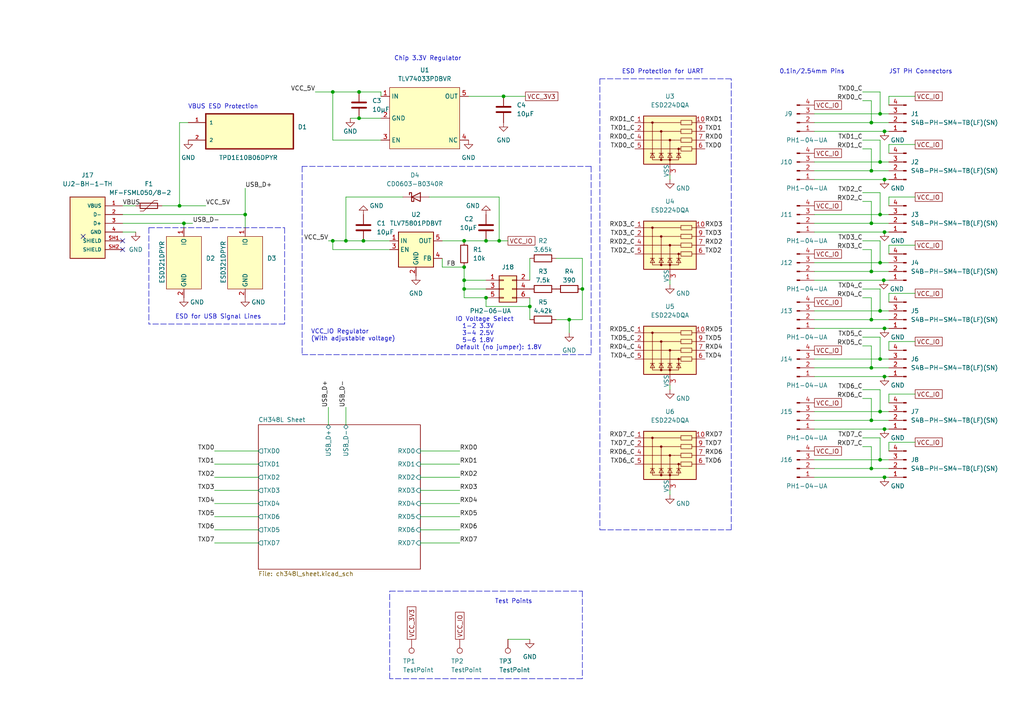
<source format=kicad_sch>
(kicad_sch (version 20211123) (generator eeschema)
  (paper "A4")
  (title_block (title "achterart") (rev "1") (company "Pandu's Wares") (comment 1 "Donut Steel"))
  (lib_symbols
    (symbol "Connector:Conn_01x04_Male" (pin_names (offset 1.016) hide)
      (property "Reference" "J" (at 0 5.08 0))
      (property "Value" "Conn_01x04_Male" (at 0 -7.62 0))
      (symbol "Conn_01x04_Male_1_1"
        (polyline (pts (xy 1.27 -5.08) (xy 0.8636 -5.08)) (stroke (width 0.1524)))
        (polyline (pts (xy 1.27 -2.54) (xy 0.8636 -2.54)) (stroke (width 0.1524)))
        (polyline (pts (xy 1.27 0) (xy 0.8636 0)) (stroke (width 0.1524)))
        (polyline (pts (xy 1.27 2.54) (xy 0.8636 2.54)) (stroke (width 0.1524)))
        (rectangle (start 0.8636 -4.953) (end 0 -5.207) (stroke (width 0.1524)) (fill (type outline)))
        (rectangle (start 0.8636 -2.413) (end 0 -2.667) (stroke (width 0.1524)) (fill (type outline)))
        (rectangle (start 0.8636 0.127) (end 0 -0.127) (stroke (width 0.1524)) (fill (type outline)))
        (rectangle (start 0.8636 2.667) (end 0 2.413) (stroke (width 0.1524)) (fill (type outline)))
        (pin passive line (at 5.08 2.54 180) (length 3.81) (name "Pin_1") (number "1"))
        (pin passive line (at 5.08 0 180) (length 3.81) (name "Pin_2") (number "2"))
        (pin passive line (at 5.08 -2.54 180) (length 3.81) (name "Pin_3") (number "3"))
        (pin passive line (at 5.08 -5.08 180) (length 3.81) (name "Pin_4") (number "4"))
      )
    )
    (symbol "Connector:TestPoint" (pin_numbers hide) (pin_names (offset 0.762) hide)
      (property "Reference" "TP" (at 0 6.858 0))
      (property "Value" "TestPoint" (at 0 5.08 0))
      (symbol "TestPoint_0_1"
        (circle (center 0 3.302) (radius 0.762))
      )
      (symbol "TestPoint_1_1"
        (pin passive line (at 0 0 90) (length 2.54) (name "1") (number "1"))
      )
    )
    (symbol "Connector_Generic:Conn_02x03_Odd_Even" (pin_names (offset 1.016) hide)
      (property "Reference" "J" (at 1.27 5.08 0))
      (property "Value" "Conn_02x03_Odd_Even" (at 1.27 -5.08 0))
      (symbol "Conn_02x03_Odd_Even_1_1"
        (rectangle (start -1.27 -2.413) (end 0 -2.667) (stroke (width 0.1524)))
        (rectangle (start -1.27 0.127) (end 0 -0.127) (stroke (width 0.1524)))
        (rectangle (start -1.27 2.667) (end 0 2.413) (stroke (width 0.1524)))
        (rectangle (start -1.27 3.81) (end 3.81 -3.81) (stroke (width 0.254)) (fill (type background)))
        (rectangle (start 3.81 -2.413) (end 2.54 -2.667) (stroke (width 0.1524)))
        (rectangle (start 3.81 0.127) (end 2.54 -0.127) (stroke (width 0.1524)))
        (rectangle (start 3.81 2.667) (end 2.54 2.413) (stroke (width 0.1524)))
        (pin passive line (at -5.08 2.54 0) (length 3.81) (name "Pin_1") (number "1"))
        (pin passive line (at 7.62 2.54 180) (length 3.81) (name "Pin_2") (number "2"))
        (pin passive line (at -5.08 0 0) (length 3.81) (name "Pin_3") (number "3"))
        (pin passive line (at 7.62 0 180) (length 3.81) (name "Pin_4") (number "4"))
        (pin passive line (at -5.08 -2.54 0) (length 3.81) (name "Pin_5") (number "5"))
        (pin passive line (at 7.62 -2.54 180) (length 3.81) (name "Pin_6") (number "6"))
      )
    )
    (symbol "Device:C" (pin_numbers hide) (pin_names (offset 0.254))
      (property "Reference" "C" (at 0.635 2.54 0))
      (property "Value" "C" (at 0.635 -2.54 0))
      (symbol "C_0_1"
        (polyline (pts (xy -2.032 -0.762) (xy 2.032 -0.762)) (stroke (width 0.508)))
        (polyline (pts (xy -2.032 0.762) (xy 2.032 0.762)) (stroke (width 0.508)))
      )
      (symbol "C_1_1"
        (pin passive line (at 0 3.81 270) (length 2.794) (name "~") (number "1"))
        (pin passive line (at 0 -3.81 90) (length 2.794) (name "~") (number "2"))
      )
    )
    (symbol "Device:D_Schottky" (pin_numbers hide) (pin_names (offset 1.016) hide)
      (property "Reference" "D" (at 0 2.54 0))
      (property "Value" "D_Schottky" (at 0 -2.54 0))
      (symbol "D_Schottky_0_1"
        (polyline (pts (xy 1.27 0) (xy -1.27 0)))
        (polyline (pts (xy 1.27 1.27) (xy 1.27 -1.27) (xy -1.27 0) (xy 1.27 1.27)) (stroke (width 0.254)))
        (polyline (pts (xy -1.905 0.635) (xy -1.905 1.27) (xy -1.27 1.27) (xy -1.27 -1.27) (xy -0.635 -1.27) (xy -0.635 -0.635)) (stroke (width 0.254)))
      )
      (symbol "D_Schottky_1_1"
        (pin passive line (at -3.81 0 0) (length 2.54) (name "K") (number "1"))
        (pin passive line (at 3.81 0 180) (length 2.54) (name "A") (number "2"))
      )
    )
    (symbol "Device:Polyfuse" (pin_numbers hide) (pin_names (offset 0))
      (property "Reference" "F" (at -2.54 0 90))
      (property "Value" "Polyfuse" (at 2.54 0 90))
      (symbol "Polyfuse_0_1"
        (rectangle (start -0.762 2.54) (end 0.762 -2.54) (stroke (width 0.254)))
        (polyline (pts (xy 0 2.54) (xy 0 -2.54)))
        (polyline (pts (xy -1.524 2.54) (xy -1.524 1.524) (xy 1.524 -1.524) (xy 1.524 -2.54)))
      )
      (symbol "Polyfuse_1_1"
        (pin passive line (at 0 3.81 270) (length 1.27) (name "~") (number "1"))
        (pin passive line (at 0 -3.81 90) (length 1.27) (name "~") (number "2"))
      )
    )
    (symbol "Device:R" (pin_numbers hide) (pin_names (offset 0))
      (property "Reference" "R" (at 2.032 0 90))
      (property "Value" "R" (at 0 0 90))
      (symbol "R_0_1"
        (rectangle (start -1.016 -2.54) (end 1.016 2.54) (stroke (width 0.254)))
      )
      (symbol "R_1_1"
        (pin passive line (at 0 3.81 270) (length 1.27) (name "~") (number "1"))
        (pin passive line (at 0 -3.81 90) (length 1.27) (name "~") (number "2"))
      )
    )
    (symbol "ESD321DPYR:ESD321DPYR"
      (property "Reference" "D" (at 0 6.35 0))
      (property "Value" "ESD321DPYR" (at 0 2.54 0))
      (symbol "ESD321DPYR_0_1"
        (rectangle (start -7.62 5.08) (end 7.62 -5.08) (fill (type background)))
      )
      (symbol "ESD321DPYR_1_1"
        (pin bidirectional line (at -10.16 0 0) (length 2.54) (name "IO") (number "1"))
        (pin passive line (at 10.16 0 180) (length 2.54) (name "GND") (number "2"))
      )
    )
    (symbol "Power_Protection:ESD224DQA" (pin_names (offset 0))
      (property "Reference" "U" (at -0.635 8.255 0))
      (property "Value" "ESD224DQA" (at 8.89 -8.255 0))
      (symbol "ESD224DQA_0_0"
        (polyline (pts (xy -2.54 -5.715) (xy -2.54 2.54)))
        (polyline (pts (xy 0 0) (xy 0 -6.985)))
      )
      (symbol "ESD224DQA_0_1"
        (rectangle (start -7.62 6.985) (end 7.62 -6.985) (stroke (width 0.254)) (fill (type background)))
        (circle (center -5.08 5.08) (radius 0.2794) (fill (type outline)))
        (circle (center -2.54 -5.715) (radius 0.2794) (fill (type outline)))
        (circle (center -2.54 2.54) (radius 0.2794) (fill (type outline)))
        (circle (center 0 -5.715) (radius 0.2794) (fill (type outline)))
        (polyline (pts (xy -7.62 -2.54) (xy 3.175 -2.54)))
        (polyline (pts (xy -7.62 0) (xy 1.27 0)))
        (polyline (pts (xy -7.62 2.54) (xy -5.08 2.54)))
        (polyline (pts (xy -7.62 5.08) (xy -7.62 5.08)))
        (polyline (pts (xy -4.445 -3.81) (xy -5.715 -3.81)))
        (polyline (pts (xy -1.905 -3.81) (xy -3.175 -3.81)))
        (polyline (pts (xy 0 -6.985) (xy 0 -7.62)))
        (polyline (pts (xy 0.635 -3.81) (xy -0.635 -3.81)))
        (polyline (pts (xy 3.175 -3.81) (xy 1.905 -3.81)))
        (polyline (pts (xy 3.175 0) (xy 1.27 0)) (stroke (width 0.1524)))
        (polyline (pts (xy 3.175 5.08) (xy -7.62 5.08)) (stroke (width 0.1524)))
        (polyline (pts (xy 7.62 -2.54) (xy 6.35 -2.54)) (stroke (width 0.1524)))
        (polyline (pts (xy 7.62 0) (xy 6.35 0)) (stroke (width 0.1524)))
        (polyline (pts (xy 7.62 2.54) (xy 6.35 2.54)) (stroke (width 0.1524)))
        (polyline (pts (xy 7.62 5.08) (xy 6.35 5.08)) (stroke (width 0.1524)))
        (polyline (pts (xy -5.08 5.08) (xy -5.08 -5.715) (xy 2.54 -5.715) (xy 2.54 -2.54)) (stroke (width 0.1524)))
        (polyline (pts (xy -4.445 -5.08) (xy -5.715 -5.08) (xy -5.08 -3.81) (xy -4.445 -5.08)))
        (polyline (pts (xy -1.905 -5.08) (xy -3.175 -5.08) (xy -2.54 -3.81) (xy -1.905 -5.08)))
        (polyline (pts (xy 0.635 -5.08) (xy -0.635 -5.08) (xy 0 -3.81) (xy 0.635 -5.08)))
        (polyline (pts (xy 3.175 -5.08) (xy 1.905 -5.08) (xy 2.54 -3.81) (xy 3.175 -5.08)))
        (polyline (pts (xy 3.175 2.54) (xy 0 2.54) (xy 0 2.54) (xy -3.81 2.54) (xy -3.81 2.54) (xy -5.08 2.54)) (stroke (width 0.1524)))
        (circle (center 0 0) (radius 0.2794) (fill (type outline)))
        (circle (center 2.54 -2.54) (radius 0.2794) (fill (type outline)))
        (rectangle (start 3.175 -1.905) (end 6.35 -3.175) (stroke (width 0.1524)))
        (rectangle (start 3.175 0.635) (end 6.35 -0.635) (stroke (width 0.1524)))
        (rectangle (start 3.175 3.175) (end 6.35 1.905) (stroke (width 0.1524)))
        (rectangle (start 3.175 5.715) (end 6.35 4.445) (stroke (width 0.1524)))
      )
      (symbol "ESD224DQA_1_1"
        (pin passive line (at -10.16 5.08 0) (length 2.54) (name "~") (number "1"))
        (pin passive line (at 10.16 5.08 180) (length 2.54) (name "~") (number "10"))
        (pin passive line (at -10.16 2.54 0) (length 2.54) (name "~") (number "2"))
        (pin power_in line (at 0 -10.16 90) (length 2.54) (name "VSS") (number "3"))
        (pin passive line (at -10.16 0 0) (length 2.54) (name "~") (number "4"))
        (pin passive line (at -10.16 -2.54 0) (length 2.54) (name "~") (number "5"))
        (pin passive line (at 10.16 -2.54 180) (length 2.54) (name "~") (number "6"))
        (pin passive line (at 10.16 0 180) (length 2.54) (name "~") (number "7"))
        (pin passive line (at 0 -10.16 90) (length 2.54) hide (name "VSS") (number "8"))
        (pin passive line (at 10.16 2.54 180) (length 2.54) (name "~") (number "9"))
      )
    )
    (symbol "Regulator_Linear:TLV75801PDBV"
      (property "Reference" "U" (at -3.81 6.35 0))
      (property "Value" "TLV75801PDBV" (at 0 6.35 0))
      (symbol "TLV75801PDBV_0_1"
        (rectangle (start 5.08 -5.08) (end -5.08 5.08) (stroke (width 0.254)) (fill (type background)))
      )
      (symbol "TLV75801PDBV_1_1"
        (pin power_in line (at -7.62 2.54 0) (length 2.54) (name "IN") (number "1"))
        (pin power_in line (at 0 -7.62 90) (length 2.54) (name "GND") (number "2"))
        (pin input line (at -7.62 0 0) (length 2.54) (name "EN") (number "3"))
        (pin input line (at 7.62 -2.54 180) (length 2.54) (name "FB") (number "4"))
        (pin power_out line (at 7.62 2.54 180) (length 2.54) (name "OUT") (number "5"))
      )
    )
    (symbol "TLV74033PDBVR:TLV74033PDBVR"
      (property "Reference" "U1" (at 0 13.97 0))
      (property "Value" "TLV74033PDBVR" (at 0 11.43 0))
      (symbol "TLV74033PDBVR_0_1"
        (rectangle (start -10.16 8.89) (end 10.16 -8.89) (fill (type background)))
      )
      (symbol "TLV74033PDBVR_1_1"
        (pin input line (at -12.7 6.35 0) (length 2.54) (name "IN") (number "1"))
        (pin passive line (at -12.7 0 0) (length 2.54) (name "GND") (number "2"))
        (pin input line (at -12.7 -6.35 0) (length 2.54) (name "EN") (number "3"))
        (pin passive line (at 12.7 -6.35 180) (length 2.54) (name "NC") (number "4"))
        (pin output line (at 12.7 6.35 180) (length 2.54) (name "OUT") (number "5"))
      )
    )
    (symbol "TPD1E10B06DPYR:TPD1E10B06DPYR" (pin_names (offset 1.016))
      (property "Reference" "D" (at -12.7 6.0706 0))
      (property "Value" "TPD1E10B06DPYR" (at -12.7 -9.0678 0))
      (symbol "TPD1E10B06DPYR_0_0"
        (rectangle (start -12.7 -5.08) (end 12.7 5.08) (stroke (width 0.4064)) (fill (type background)))
        (pin bidirectional line (at -17.78 2.54 0) (length 5.08) (name "1") (number "1"))
        (pin bidirectional line (at -17.78 -2.54 0) (length 5.08) (name "2") (number "2"))
      )
    )
    (symbol "UJ2-BH-1-TH:UJ2-BH-1-TH" (pin_names (offset 1.016))
      (property "Reference" "J17" (at 0 12.7 0))
      (property "Value" "UJ2-BH-1-TH" (at 0 10.16 0))
      (symbol "UJ2-BH-1-TH_0_0"
        (rectangle (start -5.08 -10.16) (end 5.08 7.62) (stroke (width 0.254)) (fill (type background)))
        (pin passive line (at 10.16 5.08 180) (length 5.08) (name "VBUS") (number "1"))
        (pin passive line (at 10.16 2.54 180) (length 5.08) (name "D-") (number "2"))
        (pin passive line (at 10.16 0 180) (length 5.08) (name "D+") (number "3"))
        (pin passive line (at 10.16 -2.54 180) (length 5.08) (name "GND") (number "4"))
        (pin passive line (at 10.16 -5.08 180) (length 5.08) (name "SHIELD") (number "SH1"))
        (pin passive line (at 10.16 -7.62 180) (length 5.08) (name "SHIELD") (number "SH2"))
      )
    )
    (symbol "power:GND" (power) (pin_names (offset 0))
      (property "Value" "GND" (at 0 -3.81 0))
      (symbol "GND_0_1"
        (polyline (pts (xy 0 0) (xy 0 -1.27) (xy 1.27 -1.27) (xy 0 -2.54) (xy -1.27 -1.27) (xy 0 -1.27)))
      )
      (symbol "GND_1_1"
        (pin power_in line (at 0 0 270) (length 0) hide (name "GND") (number "1"))
      )
    )
  )
  (junction (at 252.73 106.68))
  (junction (at 104.14 26.67))
  (junction (at 52.07 59.69))
  (junction (at 96.52 26.67))
  (junction (at 53.34 64.77))
  (junction (at 255.27 62.23))
  (junction (at 256.54 38.1))
  (junction (at 252.73 121.92))
  (junction (at 105.41 69.85))
  (junction (at 255.27 104.14))
  (junction (at 96.52 69.85))
  (junction (at 252.73 135.89))
  (junction (at 134.62 69.85))
  (junction (at 134.62 81.28))
  (junction (at 255.27 133.35))
  (junction (at 140.97 69.85))
  (junction (at 146.05 27.94))
  (junction (at 255.27 33.02))
  (junction (at 255.27 46.99))
  (junction (at 104.14 34.29))
  (junction (at 252.73 35.56))
  (junction (at 256.54 124.46))
  (junction (at 71.12 62.23))
  (junction (at 256.54 67.31))
  (junction (at 256.54 138.43))
  (junction (at 168.91 83.82))
  (junction (at 100.33 69.85))
  (junction (at 165.1 92.71))
  (junction (at 256.54 109.22))
  (junction (at 134.62 77.47))
  (junction (at 256.3196 81.28))
  (junction (at 252.73 64.77))
  (junction (at 153.67 88.9))
  (junction (at 255.27 90.17))
  (junction (at 255.27 76.2))
  (junction (at 252.73 78.74))
  (junction (at 144.78 69.85))
  (junction (at 252.73 92.71))
  (junction (at 140.97 86.36))
  (junction (at 252.73 49.53))
  (junction (at 256.54 52.07))
  (junction (at 255.27 119.38))
  (junction (at 256.54 95.25))
  (junction (at 134.62 83.82))
  (no_connect (at 24.13 68.58))
  (no_connect (at 35.56 72.39))
  (no_connect (at 35.56 69.85))
  (wire (pts (xy 134.62 69.85) (xy 140.97 69.85)))
  (polyline (pts (xy 87.63 48.26) (xy 87.63 102.87)))
  (wire (pts (xy 250.19 72.39) (xy 252.73 72.39)))
  (wire (pts (xy 124.46 57.15) (xy 144.78 57.15)))
  (wire (pts (xy 168.91 92.71) (xy 165.1 92.71)))
  (wire (pts (xy 236.22 133.35) (xy 255.27 133.35)))
  (wire (pts (xy 104.14 34.29) (xy 110.49 34.29)))
  (wire (pts (xy 252.73 49.53) (xy 252.73 43.18)))
  (wire (pts (xy 71.12 62.23) (xy 71.12 66.04)))
  (wire (pts (xy 255.27 119.38) (xy 257.81 119.38)))
  (wire (pts (xy 133.35 149.86) (xy 121.92 149.86)))
  (wire (pts (xy 35.56 59.69) (xy 39.37 59.69)))
  (wire (pts (xy 255.27 33.02) (xy 257.81 33.02)))
  (wire (pts (xy 62.23 142.24) (xy 74.93 142.24)))
  (wire (pts (xy 236.22 124.46) (xy 256.54 124.46)))
  (wire (pts (xy 250.19 55.88) (xy 255.27 55.88)))
  (wire (pts (xy 146.05 27.94) (xy 135.89 27.94)))
  (wire (pts (xy 133.35 134.62) (xy 121.92 134.62)))
  (wire (pts (xy 257.81 71.12) (xy 265.43 71.12)))
  (wire (pts (xy 62.23 149.86) (xy 74.93 149.86)))
  (wire (pts (xy 95.25 118.11) (xy 95.25 123.19)))
  (wire (pts (xy 257.81 30.48) (xy 257.81 27.94)))
  (wire (pts (xy 256.54 67.31) (xy 257.81 67.31)))
  (wire (pts (xy 257.81 41.91) (xy 265.43 41.91)))
  (wire (pts (xy 255.27 46.99) (xy 257.81 46.99)))
  (wire (pts (xy 236.22 119.38) (xy 255.27 119.38)))
  (wire (pts (xy 100.33 118.11) (xy 100.33 123.19)))
  (wire (pts (xy 128.27 74.93) (xy 128.27 77.47)))
  (wire (pts (xy 250.19 43.18) (xy 252.73 43.18)))
  (wire (pts (xy 257.81 85.09) (xy 265.43 85.09)))
  (wire (pts (xy 161.29 74.93) (xy 168.91 74.93)))
  (wire (pts (xy 255.27 62.23) (xy 257.81 62.23)))
  (wire (pts (xy 96.52 26.67) (xy 104.14 26.67)))
  (wire (pts (xy 35.56 62.23) (xy 71.12 62.23)))
  (wire (pts (xy 133.35 146.05) (xy 121.92 146.05)))
  (polyline (pts (xy 113.03 171.45) (xy 168.91 171.45)))
  (wire (pts (xy 62.23 130.81) (xy 74.93 130.81)))
  (wire (pts (xy 252.73 78.74) (xy 257.81 78.74)))
  (wire (pts (xy 252.73 135.89) (xy 252.73 129.54)))
  (wire (pts (xy 133.35 157.48) (xy 121.92 157.48)))
  (wire (pts (xy 252.73 92.71) (xy 257.81 92.71)))
  (wire (pts (xy 96.52 40.64) (xy 110.49 40.64)))
  (wire (pts (xy 236.22 135.89) (xy 252.73 135.89)))
  (wire (pts (xy 101.6 34.29) (xy 104.14 34.29)))
  (wire (pts (xy 134.62 77.47) (xy 134.62 81.28)))
  (wire (pts (xy 236.22 78.74) (xy 252.73 78.74)))
  (wire (pts (xy 194.31 143.51) (xy 194.31 142.24)))
  (wire (pts (xy 252.73 35.56) (xy 257.81 35.56)))
  (wire (pts (xy 147.32 185.42) (xy 153.67 185.42)))
  (wire (pts (xy 104.14 26.67) (xy 110.49 26.67)))
  (wire (pts (xy 236.22 106.68) (xy 252.73 106.68)))
  (wire (pts (xy 236.22 52.07) (xy 256.54 52.07)))
  (wire (pts (xy 255.27 133.35) (xy 257.81 133.35)))
  (wire (pts (xy 236.22 109.22) (xy 256.54 109.22)))
  (wire (pts (xy 96.52 69.85) (xy 100.33 69.85)))
  (wire (pts (xy 133.35 138.43) (xy 121.92 138.43)))
  (wire (pts (xy 257.81 87.63) (xy 257.81 85.09)))
  (wire (pts (xy 252.73 121.92) (xy 252.73 115.57)))
  (wire (pts (xy 35.56 64.77) (xy 53.34 64.77)))
  (wire (pts (xy 236.22 81.28) (xy 256.3196 81.28)))
  (wire (pts (xy 252.73 106.68) (xy 257.81 106.68)))
  (wire (pts (xy 134.62 81.28) (xy 140.97 81.28)))
  (wire (pts (xy 153.67 86.36) (xy 153.67 88.9)))
  (wire (pts (xy 194.31 113.03) (xy 194.31 111.76)))
  (wire (pts (xy 252.73 106.68) (xy 252.73 100.33)))
  (wire (pts (xy 134.62 83.82) (xy 134.62 86.36)))
  (wire (pts (xy 62.23 153.67) (xy 74.93 153.67)))
  (wire (pts (xy 52.07 35.56) (xy 52.07 59.69)))
  (wire (pts (xy 236.22 33.02) (xy 255.27 33.02)))
  (wire (pts (xy 105.41 69.85) (xy 113.03 69.85)))
  (polyline (pts (xy 212.09 22.86) (xy 173.99 22.86)))
  (polyline (pts (xy 82.55 66.04) (xy 82.55 93.98)))
  (polyline (pts (xy 43.18 66.04) (xy 82.55 66.04)))
  (wire (pts (xy 133.35 142.24) (xy 121.92 142.24)))
  (wire (pts (xy 133.35 130.81) (xy 121.92 130.81)))
  (wire (pts (xy 100.33 69.85) (xy 100.33 57.15)))
  (wire (pts (xy 144.78 69.85) (xy 147.32 69.85)))
  (wire (pts (xy 250.19 69.85) (xy 255.27 69.85)))
  (wire (pts (xy 134.62 83.82) (xy 140.97 83.82)))
  (wire (pts (xy 35.56 67.31) (xy 39.37 67.31)))
  (wire (pts (xy 134.62 86.36) (xy 140.97 86.36)))
  (wire (pts (xy 236.22 49.53) (xy 252.73 49.53)))
  (wire (pts (xy 256.3196 81.28) (xy 257.81 81.28)))
  (wire (pts (xy 250.19 115.57) (xy 252.73 115.57)))
  (wire (pts (xy 100.33 69.85) (xy 105.41 69.85)))
  (wire (pts (xy 255.27 40.64) (xy 255.27 46.99)))
  (wire (pts (xy 250.19 129.54) (xy 252.73 129.54)))
  (wire (pts (xy 252.73 121.92) (xy 257.81 121.92)))
  (wire (pts (xy 257.81 57.15) (xy 265.43 57.15)))
  (polyline (pts (xy 168.91 171.45) (xy 168.91 196.85)))
  (wire (pts (xy 95.25 69.85) (xy 96.52 69.85)))
  (wire (pts (xy 100.33 57.15) (xy 116.84 57.15)))
  (wire (pts (xy 46.99 59.69) (xy 52.07 59.69)))
  (wire (pts (xy 257.81 114.3) (xy 265.43 114.3)))
  (wire (pts (xy 252.73 78.74) (xy 252.73 72.39)))
  (wire (pts (xy 236.22 76.2) (xy 255.27 76.2)))
  (wire (pts (xy 140.97 69.85) (xy 144.78 69.85)))
  (wire (pts (xy 165.1 92.71) (xy 165.1 96.52)))
  (wire (pts (xy 140.97 86.36) (xy 140.97 88.9)))
  (wire (pts (xy 257.81 128.27) (xy 265.43 128.27)))
  (wire (pts (xy 236.22 67.31) (xy 256.54 67.31)))
  (polyline (pts (xy 212.09 153.67) (xy 212.09 22.86)))
  (wire (pts (xy 110.49 26.67) (xy 110.49 27.94)))
  (wire (pts (xy 256.54 52.07) (xy 257.81 52.07)))
  (wire (pts (xy 250.19 113.03) (xy 255.27 113.03)))
  (wire (pts (xy 250.19 83.82) (xy 255.27 83.82)))
  (wire (pts (xy 255.27 127) (xy 255.27 133.35)))
  (wire (pts (xy 152.4 27.94) (xy 146.05 27.94)))
  (wire (pts (xy 257.81 116.84) (xy 257.81 114.3)))
  (polyline (pts (xy 173.99 153.67) (xy 212.09 153.67)))
  (wire (pts (xy 257.81 59.69) (xy 257.81 57.15)))
  (wire (pts (xy 250.19 97.79) (xy 255.27 97.79)))
  (wire (pts (xy 153.67 74.93) (xy 153.67 81.28)))
  (wire (pts (xy 62.23 138.43) (xy 74.93 138.43)))
  (wire (pts (xy 236.22 138.43) (xy 256.54 138.43)))
  (wire (pts (xy 168.91 74.93) (xy 168.91 83.82)))
  (wire (pts (xy 236.22 46.99) (xy 255.27 46.99)))
  (wire (pts (xy 252.73 64.77) (xy 252.73 58.42)))
  (wire (pts (xy 236.22 104.14) (xy 255.27 104.14)))
  (wire (pts (xy 257.81 130.81) (xy 257.81 128.27)))
  (polyline (pts (xy 171.45 48.26) (xy 87.63 48.26)))
  (wire (pts (xy 252.73 92.71) (xy 252.73 86.36)))
  (polyline (pts (xy 173.99 22.86) (xy 173.99 153.67)))
  (wire (pts (xy 236.22 35.56) (xy 252.73 35.56)))
  (wire (pts (xy 256.54 109.22) (xy 257.81 109.22)))
  (wire (pts (xy 165.1 92.71) (xy 161.29 92.71)))
  (wire (pts (xy 255.27 83.82) (xy 255.27 90.17)))
  (polyline (pts (xy 87.63 102.87) (xy 171.45 102.87)))
  (wire (pts (xy 252.73 64.77) (xy 257.81 64.77)))
  (wire (pts (xy 257.81 99.06) (xy 265.43 99.06)))
  (wire (pts (xy 255.27 113.03) (xy 255.27 119.38)))
  (wire (pts (xy 96.52 26.67) (xy 96.52 40.64)))
  (wire (pts (xy 250.19 127) (xy 255.27 127)))
  (wire (pts (xy 236.22 92.71) (xy 252.73 92.71)))
  (wire (pts (xy 255.27 26.67) (xy 255.27 33.02)))
  (wire (pts (xy 250.19 58.42) (xy 252.73 58.42)))
  (polyline (pts (xy 43.18 66.04) (xy 43.18 93.98)))
  (wire (pts (xy 256.54 138.43) (xy 257.81 138.43)))
  (wire (pts (xy 252.73 135.89) (xy 257.81 135.89)))
  (polyline (pts (xy 168.91 196.85) (xy 113.03 196.85)))
  (wire (pts (xy 250.19 40.64) (xy 255.27 40.64)))
  (wire (pts (xy 133.35 153.67) (xy 121.92 153.67)))
  (wire (pts (xy 236.22 64.77) (xy 252.73 64.77)))
  (wire (pts (xy 96.52 72.39) (xy 113.03 72.39)))
  (wire (pts (xy 256.54 95.25) (xy 257.81 95.25)))
  (wire (pts (xy 255.27 97.79) (xy 255.27 104.14)))
  (polyline (pts (xy 171.45 48.26) (xy 171.45 102.87)))
  (wire (pts (xy 236.22 38.1) (xy 256.54 38.1)))
  (wire (pts (xy 250.19 26.67) (xy 255.27 26.67)))
  (wire (pts (xy 236.22 121.92) (xy 252.73 121.92)))
  (wire (pts (xy 255.27 104.14) (xy 257.81 104.14)))
  (wire (pts (xy 52.07 59.69) (xy 59.69 59.69)))
  (wire (pts (xy 257.81 73.66) (xy 257.81 71.12)))
  (wire (pts (xy 62.23 146.05) (xy 74.93 146.05)))
  (wire (pts (xy 257.81 44.45) (xy 257.81 41.91)))
  (wire (pts (xy 128.27 77.47) (xy 134.62 77.47)))
  (wire (pts (xy 250.19 29.21) (xy 252.73 29.21)))
  (wire (pts (xy 53.34 66.04) (xy 53.34 64.77)))
  (wire (pts (xy 62.23 134.62) (xy 74.93 134.62)))
  (wire (pts (xy 144.78 57.15) (xy 144.78 69.85)))
  (polyline (pts (xy 82.55 93.98) (xy 43.18 93.98)))
  (polyline (pts (xy 113.03 196.85) (xy 113.03 171.45)))
  (wire (pts (xy 194.31 82.55) (xy 194.31 81.28)))
  (wire (pts (xy 140.97 88.9) (xy 153.67 88.9)))
  (wire (pts (xy 62.23 157.48) (xy 74.93 157.48)))
  (wire (pts (xy 236.22 95.25) (xy 256.54 95.25)))
  (wire (pts (xy 256.54 124.46) (xy 257.81 124.46)))
  (wire (pts (xy 91.44 26.67) (xy 96.52 26.67)))
  (wire (pts (xy 134.62 81.28) (xy 134.62 83.82)))
  (wire (pts (xy 236.22 90.17) (xy 255.27 90.17)))
  (wire (pts (xy 252.73 35.56) (xy 252.73 29.21)))
  (wire (pts (xy 96.52 69.85) (xy 96.52 72.39)))
  (wire (pts (xy 168.91 83.82) (xy 168.91 92.71)))
  (wire (pts (xy 255.27 76.2) (xy 257.81 76.2)))
  (wire (pts (xy 54.61 35.56) (xy 52.07 35.56)))
  (wire (pts (xy 255.27 69.85) (xy 255.27 76.2)))
  (wire (pts (xy 255.27 55.88) (xy 255.27 62.23)))
  (wire (pts (xy 236.22 62.23) (xy 255.27 62.23)))
  (wire (pts (xy 257.81 27.94) (xy 265.43 27.94)))
  (wire (pts (xy 128.27 69.85) (xy 134.62 69.85)))
  (wire (pts (xy 256.54 38.1) (xy 257.81 38.1)))
  (wire (pts (xy 194.31 52.07) (xy 194.31 50.8)))
  (wire (pts (xy 257.81 101.6) (xy 257.81 99.06)))
  (wire (pts (xy 250.19 86.36) (xy 252.73 86.36)))
  (wire (pts (xy 252.73 49.53) (xy 257.81 49.53)))
  (wire (pts (xy 250.19 100.33) (xy 252.73 100.33)))
  (wire (pts (xy 53.34 64.77) (xy 55.88 64.77)))
  (wire (pts (xy 71.12 62.23) (xy 71.12 54.61)))
  (wire (pts (xy 153.67 88.9) (xy 153.67 92.71)))
  (wire (pts (xy 255.27 90.17) (xy 257.81 90.17)))
  (text "ESD for USB Signal Lines" (at 50.8 92.71 0) (effects (font (size 1.27 1.27)) (justify left bottom)))
  (text "VBUS ESD Protection" (at 74.93 31.75 180) (effects (font (size 1.27 1.27)) (justify right bottom)))
  (text "VCC_IO Regulator\n(With adjustable voltage)" (at 90.17 99.06 0) (effects (font (size 1.27 1.27)) (justify left bottom)))
  (text "0.1in/2.54mm Pins" (at 226.06 21.59 0) (effects (font (size 1.27 1.27)) (justify left bottom)))
  (text "JST PH Connectors" (at 257.81 21.59 0) (effects (font (size 1.27 1.27)) (justify left bottom)))
  (text "IO Voltage Select\n  1-2 3.3V\n  3-4 2.5V\n  5-6 1.8V\nDefault (no jumper): 1.8V" (at 132.08 101.6 0) (effects (font (size 1.27 1.27)) (justify left bottom)))
  (text "Chip 3.3V Regulator" (at 114.3 17.78 0) (effects (font (size 1.27 1.27)) (justify left bottom)))
  (text "ESD Protection for UART" (at 180.34 21.59 0) (effects (font (size 1.27 1.27)) (justify left bottom)))
  (text "Test Points" (at 143.51 175.26 0) (effects (font (size 1.27 1.27)) (justify left bottom)))
  (label "TXD3" (at 62.23 142.24 180))
  (label "TXD1_C" (at 184.15 38.1 180))
  (label "RXD4_C" (at 250.19 86.36 180))
  (label "TXD0_C" (at 184.15 43.18 180))
  (label "RXD2" (at 133.35 138.43 0))
  (label "TXD3" (at 204.47 68.58 0))
  (label "RXD0" (at 204.47 40.64 0))
  (label "RXD1" (at 133.35 134.62 0))
  (label "TXD5_C" (at 184.15 99.06 180))
  (label "RXD7" (at 133.35 157.48 0))
  (label "TXD5_C" (at 250.19 97.79 180))
  (label "RXD6_C" (at 250.19 115.57 180))
  (label "TXD2" (at 204.47 73.66 0))
  (label "RXD5_C" (at 184.15 96.52 180))
  (label "RXD5_C" (at 250.19 100.33 180))
  (label "TXD0" (at 204.47 43.18 0))
  (label "TXD0" (at 62.23 130.81 180))
  (label "RXD4" (at 204.47 101.6 0))
  (label "RXD7_C" (at 250.19 129.54 180))
  (label "TXD1" (at 204.47 38.1 0))
  (label "TXD6_C" (at 250.19 113.03 180))
  (label "TXD3_C" (at 184.15 68.58 180))
  (label "TXD3_C" (at 250.19 69.85 180))
  (label "USB_D-" (at 55.88 64.77 0))
  (label "RXD3_C" (at 184.15 66.04 180))
  (label "TXD1" (at 62.23 134.62 180))
  (label "TXD6_C" (at 184.15 134.62 180))
  (label "TXD4" (at 62.23 146.05 180))
  (label "TXD6" (at 62.23 153.67 180))
  (label "RXD5" (at 133.35 149.86 0))
  (label "RXD7" (at 204.47 127 0))
  (label "TXD5" (at 204.47 99.06 0))
  (label "RXD7_C" (at 184.15 127 180))
  (label "TXD7" (at 62.23 157.48 180))
  (label "FB" (at 129.54 77.47 0))
  (label "TXD7_C" (at 184.15 129.54 180))
  (label "RXD1" (at 204.47 35.56 0))
  (label "VCC_5V" (at 95.25 69.85 180))
  (label "TXD4_C" (at 250.19 83.82 180))
  (label "RXD4" (at 133.35 146.05 0))
  (label "RXD4_C" (at 184.15 101.6 180))
  (label "RXD1_C" (at 250.19 43.18 180))
  (label "USB_D+" (at 71.12 54.61 0))
  (label "RXD3" (at 133.35 142.24 0))
  (label "RXD3_C" (at 250.19 72.39 180))
  (label "TXD6" (at 204.47 134.62 0))
  (label "RXD2_C" (at 184.15 71.12 180))
  (label "RXD1_C" (at 184.15 35.56 180))
  (label "RXD2_C" (at 250.19 58.42 180))
  (label "USB_D-" (at 100.33 118.11 90))
  (label "TXD2_C" (at 184.15 73.66 180))
  (label "RXD6" (at 133.35 153.67 0))
  (label "TXD4_C" (at 184.15 104.14 180))
  (label "TXD2_C" (at 250.19 55.88 180))
  (label "TXD7" (at 204.47 129.54 0))
  (label "RXD0_C" (at 250.19 29.21 180))
  (label "VBUS" (at 35.56 59.69 0))
  (label "RXD6_C" (at 184.15 132.08 180))
  (label "RXD2" (at 204.47 71.12 0))
  (label "TXD4" (at 204.47 104.14 0))
  (label "TXD1_C" (at 250.19 40.64 180))
  (label "VCC_5V" (at 59.69 59.69 0))
  (label "TXD0_C" (at 250.19 26.67 180))
  (label "RXD0_C" (at 184.15 40.64 180))
  (label "RXD5" (at 204.47 96.52 0))
  (label "RXD0" (at 133.35 130.81 0))
  (label "RXD3" (at 204.47 66.04 0))
  (label "TXD5" (at 62.23 149.86 180))
  (label "RXD6" (at 204.47 132.08 0))
  (label "TXD2" (at 62.23 138.43 180))
  (label "USB_D+" (at 95.25 118.11 90))
  (label "VCC_5V" (at 91.44 26.67 180))
  (label "TXD7_C" (at 250.19 127 180))
  (global_label "VCC_3V3" (shape passive) (at 152.4 27.94 0) (property "Intersheet References" "${INTERSHEET_REFS}" (effects hide)))
  (global_label "VCC_IO" (shape passive) (at 236.22 116.84 0) (property "Intersheet References" "${INTERSHEET_REFS}" (effects hide)))
  (global_label "VCC_IO" (shape passive) (at 265.43 99.06 0) (property "Intersheet References" "${INTERSHEET_REFS}" (effects hide)))
  (global_label "VCC_3V3" (shape passive) (at 119.38 185.42 90) (property "Intersheet References" "${INTERSHEET_REFS}" (effects hide)))
  (global_label "VCC_IO" (shape passive) (at 236.22 44.45 0) (property "Intersheet References" "${INTERSHEET_REFS}" (effects hide)))
  (global_label "VCC_IO" (shape passive) (at 236.22 87.63 0) (property "Intersheet References" "${INTERSHEET_REFS}" (effects hide)))
  (global_label "VCC_IO" (shape passive) (at 265.43 85.09 0) (property "Intersheet References" "${INTERSHEET_REFS}" (effects hide)))
  (global_label "VCC_IO" (shape passive) (at 236.22 73.66 0) (property "Intersheet References" "${INTERSHEET_REFS}" (effects hide)))
  (global_label "VCC_IO" (shape passive) (at 265.43 27.94 0) (property "Intersheet References" "${INTERSHEET_REFS}" (effects hide)))
  (global_label "VCC_IO" (shape passive) (at 236.22 130.81 0) (property "Intersheet References" "${INTERSHEET_REFS}" (effects hide)))
  (global_label "VCC_IO" (shape passive) (at 265.43 57.15 0) (property "Intersheet References" "${INTERSHEET_REFS}" (effects hide)))
  (global_label "VCC_IO" (shape passive) (at 147.32 69.85 0) (property "Intersheet References" "${INTERSHEET_REFS}" (effects hide)))
  (global_label "VCC_IO" (shape passive) (at 236.22 30.48 0) (property "Intersheet References" "${INTERSHEET_REFS}" (effects hide)))
  (global_label "VCC_IO" (shape passive) (at 265.43 41.91 0) (property "Intersheet References" "${INTERSHEET_REFS}" (effects hide)))
  (global_label "VCC_IO" (shape passive) (at 133.35 185.42 90) (property "Intersheet References" "${INTERSHEET_REFS}" (effects hide)))
  (global_label "VCC_IO" (shape passive) (at 265.43 114.3 0) (property "Intersheet References" "${INTERSHEET_REFS}" (effects hide)))
  (global_label "VCC_IO" (shape passive) (at 236.22 101.6 0) (property "Intersheet References" "${INTERSHEET_REFS}" (effects hide)))
  (global_label "VCC_IO" (shape passive) (at 236.22 59.69 0) (property "Intersheet References" "${INTERSHEET_REFS}" (effects hide)))
  (global_label "VCC_IO" (shape passive) (at 265.43 128.27 0) (property "Intersheet References" "${INTERSHEET_REFS}" (effects hide)))
  (global_label "VCC_IO" (shape passive) (at 265.43 71.12 0) (property "Intersheet References" "${INTERSHEET_REFS}" (effects hide)))
  (symbol (lib_id "power:GND") (at 194.31 82.55 0) (unit 1)
    (property "Reference" "#PWR0110" (effects hide))
    (property "Value" "GND" (at 198.12 85.09 0))
  )
  (symbol (lib_id "Connector:Conn_01x04_Male") (at 231.14 92.71 0) (mirror x) (unit 1)
    (property "Reference" "J13" (at 229.87 90.1699 0) (effects (justify right)))
    (property "Value" "PH1-04-UA" (at 240.03 97.79 0) (effects (justify right)))
    (property "Footprint" "Connector_PinHeader_2.54mm:PinHeader_1x04_P2.54mm_Vertical" (effects hide))
    (property "MPN" "PH1-04-UA" (effects hide))
    (property "LCSC Part #" "C706876" (effects hide))
    (property "Manufacturer" "Adam Tech" (effects hide))
  )
  (symbol (lib_id "Device:D_Schottky") (at 120.65 57.15 0) (unit 1)
    (property "Reference" "D4" (at 120.3325 50.8 0))
    (property "Value" "CD0603-B0340R" (at 120.3325 53.34 0))
    (property "Footprint" "Diode_SMD:D_0603_1608Metric" (effects hide))
    (property "MPN" "CD0603-B0340R" (effects hide))
    (property "Manufacturer" "Bourns Inc." (effects hide))
  )
  (symbol (lib_id "power:GND") (at 53.34 86.36 0) (unit 1)
    (property "Reference" "#PWR0104" (effects hide))
    (property "Value" "GND" (at 57.15 87.63 0))
  )
  (symbol (lib_id "Connector:Conn_01x04_Male") (at 262.89 49.53 180) (unit 1)
    (property "Reference" "J2" (at 264.16 46.9899 0) (effects (justify right)))
    (property "Value" "S4B-PH-SM4-TB(LF)(SN)" (at 264.16 49.5299 0) (effects (justify right)))
    (property "Footprint" "Connector_JST:JST_PH_S4B-PH-SM4-TB_1x04-1MP_P2.00mm_Horizontal" (effects hide))
    (property "MPN" "S4B-PH-SM4-TB(LF)(SN)" (effects hide))
    (property "Manufacturer" "JST Sales America Inc." (effects hide))
  )
  (symbol (lib_id "TLV74033PDBVR:TLV74033PDBVR") (at 123.19 34.29 0) (unit 1)
    (property "Reference" "U1" (at 123.19 20.32 0))
    (property "Value" "TLV74033PDBVR" (at 123.19 22.86 0))
    (property "Footprint" "TLV74033PDBVR:SOT95P280X145-5N" (effects hide))
    (property "MPN" "TLV74033PDBVR" (effects hide))
    (property "Manufacturer" "Texas Instruments" (effects hide))
  )
  (symbol (lib_id "Connector:Conn_01x04_Male") (at 262.89 78.74 180) (unit 1)
    (property "Reference" "J4" (at 264.16 76.1999 0) (effects (justify right)))
    (property "Value" "S4B-PH-SM4-TB(LF)(SN)" (at 264.16 78.7399 0) (effects (justify right)))
    (property "Footprint" "Connector_JST:JST_PH_S4B-PH-SM4-TB_1x04-1MP_P2.00mm_Horizontal" (effects hide))
    (property "MPN" "S4B-PH-SM4-TB(LF)(SN)" (effects hide))
    (property "Manufacturer" "JST Sales America Inc." (effects hide))
  )
  (symbol (lib_id "Device:R") (at 157.48 92.71 90) (unit 1)
    (property "Reference" "R5" (at 157.48 87.63 90))
    (property "Value" "4.42k" (at 157.48 90.17 90))
    (property "Footprint" "Resistor_SMD:R_0603_1608Metric" (effects hide))
    (property "MPN" "4.42k 1% 0603" (effects hide))
  )
  (symbol (lib_id "power:GND") (at 194.31 113.03 0) (unit 1)
    (property "Reference" "#PWR0108" (effects hide))
    (property "Value" "GND" (at 198.12 115.57 0))
  )
  (symbol (lib_id "ESD321DPYR:ESD321DPYR") (at 71.12 76.2 270) (unit 1)
    (property "Reference" "D3" (at 77.47 74.9299 90) (effects (justify left)))
    (property "Value" "ESD321DPYR" (at 64.77 69.85 0) (effects (justify left)))
    (property "Footprint" "ESD321DPYR:DIO_TPD1E05U06DPYR" (effects hide))
    (property "MPN" "ESD321DPYR" (effects hide))
    (property "Manufacturer" "Texas Instruments" (effects hide))
  )
  (symbol (lib_id "Connector:Conn_01x04_Male") (at 262.89 35.56 180) (unit 1)
    (property "Reference" "J1" (at 264.16 33.0199 0) (effects (justify right)))
    (property "Value" "S4B-PH-SM4-TB(LF)(SN)" (at 264.16 35.5599 0) (effects (justify right)))
    (property "Footprint" "Connector_JST:JST_PH_S4B-PH-SM4-TB_1x04-1MP_P2.00mm_Horizontal" (effects hide))
    (property "MPN" "S4B-PH-SM4-TB(LF)(SN)" (effects hide))
    (property "Manufacturer" "JST Sales America Inc." (effects hide))
  )
  (symbol (lib_id "power:GND") (at 194.31 52.07 0) (unit 1)
    (property "Reference" "#PWR0111" (effects hide))
    (property "Value" "GND" (at 198.12 54.61 0))
  )
  (symbol (lib_id "power:GND") (at 101.6 34.29 0) (unit 1)
    (property "Reference" "#PWR0113" (effects hide))
    (property "Value" "GND" (at 101.6 38.1 0))
  )
  (symbol (lib_id "Connector:TestPoint") (at 147.32 185.42 180) (unit 1) (in_bom no)
    (property "Reference" "TP3" (at 144.78 191.77 0) (effects (justify right)))
    (property "Value" "TestPoint" (at 144.78 194.31 0) (effects (justify right)))
    (property "Footprint" "TestPoint:TestPoint_Plated_Hole_D2.0mm" (effects hide))
  )
  (symbol (lib_id "Regulator_Linear:TLV75801PDBV") (at 120.65 72.39 0) (unit 1)
    (property "Reference" "U2" (at 120.65 62.23 0))
    (property "Value" "TLV75801PDBVT" (at 120.65 64.77 0))
    (property "Footprint" "Package_TO_SOT_SMD:SOT-23-5" (effects hide))
    (property "Datasheet" "https://www.ti.com/lit/ds/symlink/tlv758p.pdf" (effects hide))
    (property "MPN" "TLV75801PDBVT" (effects hide))
    (property "Manufacturer" "Texas Instruments" (effects hide))
  )
  (symbol (lib_id "Connector:Conn_01x04_Male") (at 231.14 64.77 0) (mirror x) (unit 1)
    (property "Reference" "J11" (at 229.87 62.2299 0) (effects (justify right)))
    (property "Value" "PH1-04-UA" (at 240.03 69.85 0) (effects (justify right)))
    (property "Footprint" "Connector_PinHeader_2.54mm:PinHeader_1x04_P2.54mm_Vertical" (effects hide))
    (property "MPN" "PH1-04-UA" (effects hide))
    (property "LCSC Part #" "C706876" (effects hide))
    (property "Manufacturer" "Adam Tech" (effects hide))
  )
  (symbol (lib_id "Connector:Conn_01x04_Male") (at 231.14 78.74 0) (mirror x) (unit 1)
    (property "Reference" "J12" (at 229.87 76.1999 0) (effects (justify right)))
    (property "Value" "PH1-04-UA" (at 240.03 83.82 0) (effects (justify right)))
    (property "Footprint" "Connector_PinHeader_2.54mm:PinHeader_1x04_P2.54mm_Vertical" (effects hide))
    (property "MPN" "PH1-04-UA" (effects hide))
    (property "LCSC Part #" "C706876" (effects hide))
    (property "Manufacturer" "Adam Tech" (effects hide))
  )
  (symbol (lib_id "Connector:Conn_01x04_Male") (at 262.89 135.89 180) (unit 1)
    (property "Reference" "J8" (at 264.16 133.3499 0) (effects (justify right)))
    (property "Value" "S4B-PH-SM4-TB(LF)(SN)" (at 264.16 135.8899 0) (effects (justify right)))
    (property "Footprint" "Connector_JST:JST_PH_S4B-PH-SM4-TB_1x04-1MP_P2.00mm_Horizontal" (effects hide))
    (property "MPN" "S4B-PH-SM4-TB(LF)(SN)" (effects hide))
    (property "Manufacturer" "JST Sales America Inc." (effects hide))
  )
  (symbol (lib_id "power:GND") (at 120.65 80.01 0) (unit 1)
    (property "Reference" "#PWR0115" (effects hide))
    (property "Value" "GND" (at 120.65 85.09 0))
  )
  (symbol (lib_id "power:GND") (at 71.12 86.36 0) (unit 1)
    (property "Reference" "#PWR0103" (effects hide))
    (property "Value" "GND" (at 74.93 87.63 0))
  )
  (symbol (lib_id "power:GND") (at 54.61 40.64 0) (unit 1)
    (property "Reference" "#PWR0102" (effects hide))
    (property "Value" "GND" (at 54.61 45.72 0))
  )
  (symbol (lib_id "Device:R") (at 157.48 83.82 90) (unit 1)
    (property "Reference" "R3" (at 157.48 78.74 90))
    (property "Value" "7.5k" (at 157.48 81.28 90))
    (property "Footprint" "Resistor_SMD:R_0603_1608Metric" (effects hide))
    (property "MPN" "7.5k 1% 0603" (effects hide))
  )
  (symbol (lib_id "power:GND") (at 135.89 40.64 0) (unit 1)
    (property "Reference" "#PWR0107" (effects hide))
    (property "Value" "GND" (at 135.89 45.72 0))
  )
  (symbol (lib_id "Connector:Conn_01x04_Male") (at 231.14 35.56 0) (mirror x) (unit 1)
    (property "Reference" "J9" (at 229.87 33.0199 0) (effects (justify right)))
    (property "Value" "PH1-04-UA" (at 240.03 40.64 0) (effects (justify right)))
    (property "Footprint" "Connector_PinHeader_2.54mm:PinHeader_1x04_P2.54mm_Vertical" (effects hide))
    (property "MPN" "PH1-04-UA" (effects hide))
    (property "LCSC Part #" "C706876" (effects hide))
    (property "Manufacturer" "Adam Tech" (effects hide))
  )
  (symbol (lib_id "power:GND") (at 256.54 109.22 0) (unit 1)
    (property "Reference" "#PWR0121" (effects hide))
    (property "Value" "GND" (at 260.35 111.76 0))
  )
  (symbol (lib_id "power:GND") (at 256.54 38.1 0) (unit 1)
    (property "Reference" "#PWR0122" (effects hide))
    (property "Value" "GND" (at 260.35 40.64 0))
  )
  (symbol (lib_id "power:GND") (at 146.05 35.56 0) (unit 1)
    (property "Reference" "#PWR0106" (effects hide))
    (property "Value" "GND" (at 146.05 40.64 0))
  )
  (symbol (lib_id "power:GND") (at 256.54 95.25 0) (unit 1)
    (property "Reference" "#PWR0116" (effects hide))
    (property "Value" "GND" (at 260.35 97.79 0))
  )
  (symbol (lib_id "Connector_Generic:Conn_02x03_Odd_Even") (at 146.05 83.82 0) (unit 1)
    (property "Reference" "J18" (at 147.32 77.47 0))
    (property "Value" "PH2-06-UA" (at 142.24 90.17 0))
    (property "Footprint" "Connector_PinHeader_2.54mm:PinHeader_2x03_P2.54mm_Vertical" (effects hide))
    (property "MPN" "PH2-06-UA" (effects hide))
    (property "LCSC Part #" "C706893" (effects hide))
    (property "Manufacturer" "Adam Tech" (effects hide))
  )
  (symbol (lib_id "Device:R") (at 157.48 74.93 90) (unit 1)
    (property "Reference" "R2" (at 157.48 69.85 90))
    (property "Value" "3.65k" (at 157.48 72.39 90))
    (property "Footprint" "Resistor_SMD:R_0603_1608Metric" (effects hide))
    (property "MPN" "3.65k 1% 0603" (effects hide))
  )
  (symbol (lib_id "Connector:Conn_01x04_Male") (at 262.89 92.71 180) (unit 1)
    (property "Reference" "J5" (at 264.16 90.1699 0) (effects (justify right)))
    (property "Value" "S4B-PH-SM4-TB(LF)(SN)" (at 264.16 92.7099 0) (effects (justify right)))
    (property "Footprint" "Connector_JST:JST_PH_S4B-PH-SM4-TB_1x04-1MP_P2.00mm_Horizontal" (effects hide))
    (property "MPN" "S4B-PH-SM4-TB(LF)(SN)" (effects hide))
    (property "Manufacturer" "JST Sales America Inc." (effects hide))
  )
  (symbol (lib_id "power:GND") (at 140.97 62.23 180) (unit 1)
    (property "Reference" "#PWR0105" (effects hide))
    (property "Value" "GND" (at 137.16 59.69 0))
  )
  (symbol (lib_id "power:GND") (at 256.3196 81.28 0) (unit 1)
    (property "Reference" "#PWR0117" (effects hide))
    (property "Value" "GND" (at 260.1296 83.82 0))
  )
  (symbol (lib_id "power:GND") (at 194.31 143.51 0) (unit 1)
    (property "Reference" "#PWR0109" (effects hide))
    (property "Value" "GND" (at 198.12 146.05 0))
  )
  (symbol (lib_id "Connector:Conn_01x04_Male") (at 262.89 64.77 180) (unit 1)
    (property "Reference" "J3" (at 264.16 62.2299 0) (effects (justify right)))
    (property "Value" "S4B-PH-SM4-TB(LF)(SN)" (at 264.16 64.7699 0) (effects (justify right)))
    (property "Footprint" "Connector_JST:JST_PH_S4B-PH-SM4-TB_1x04-1MP_P2.00mm_Horizontal" (effects hide))
    (property "MPN" "S4B-PH-SM4-TB(LF)(SN)" (effects hide))
    (property "Manufacturer" "JST Sales America Inc." (effects hide))
  )
  (symbol (lib_id "Device:Polyfuse") (at 43.18 59.69 90) (unit 1)
    (property "Reference" "F1" (at 43.18 53.34 90))
    (property "Value" "MF-FSML050/8-2" (at 40.64 55.88 90))
    (property "Footprint" "Fuse:Fuse_0603_1608Metric" (effects hide))
    (property "MPN" "MF-FSML050/8-2" (effects hide))
    (property "Manufacturer" "Bourns Inc." (effects hide))
  )
  (symbol (lib_id "power:GND") (at 39.37 67.31 0) (unit 1)
    (property "Reference" "#PWR0101" (effects hide))
    (property "Value" "GND" (at 39.37 72.39 0))
  )
  (symbol (lib_id "Connector:Conn_01x04_Male") (at 231.14 121.92 0) (mirror x) (unit 1)
    (property "Reference" "J15" (at 229.87 119.3799 0) (effects (justify right)))
    (property "Value" "PH1-04-UA" (at 240.03 127 0) (effects (justify right)))
    (property "Footprint" "Connector_PinHeader_2.54mm:PinHeader_1x04_P2.54mm_Vertical" (effects hide))
    (property "MPN" "PH1-04-UA" (effects hide))
    (property "LCSC Part #" "C706876" (effects hide))
    (property "Manufacturer" "Adam Tech" (effects hide))
  )
  (symbol (lib_id "ESD321DPYR:ESD321DPYR") (at 53.34 76.2 270) (unit 1)
    (property "Reference" "D2" (at 59.69 74.93 90) (effects (justify left)))
    (property "Value" "ESD321DPYR" (at 46.99 69.85 0) (effects (justify left)))
    (property "Footprint" "ESD321DPYR:DIO_TPD1E05U06DPYR" (effects hide))
    (property "MPN" "ESD321DPYR" (effects hide))
    (property "Manufacturer" " Texas Instruments" (effects hide))
  )
  (symbol (lib_id "power:GND") (at 153.67 185.42 0) (unit 1)
    (property "Reference" "#PWR0141" (effects hide))
    (property "Value" "GND" (at 153.67 190.5 0))
  )
  (symbol (lib_id "Power_Protection:ESD224DQA") (at 194.31 132.08 0) (unit 1)
    (property "Reference" "U6" (at 194.31 119.38 0))
    (property "Value" "ESD224DQA" (at 194.31 121.92 0))
    (property "Footprint" "Package_DFN_QFN:Diodes_UDFN-10_1.0x2.5mm_P0.5mm" (effects hide))
    (property "Datasheet" "https://www.ti.com/lit/ds/symlink/esd224.pdf" (effects hide))
    (property "MPN" "ESD224DQAR" (effects hide))
    (property "Manufacturer" "Texas Instruments" (effects hide))
  )
  (symbol (lib_id "Device:R") (at 165.1 83.82 90) (unit 1)
    (property "Reference" "R4" (at 165.1 78.74 90))
    (property "Value" "390" (at 165.1 81.28 90))
    (property "Footprint" "Resistor_SMD:R_0603_1608Metric" (effects hide))
    (property "MPN" "390 1% 0603" (effects hide))
  )
  (symbol (lib_id "Connector:Conn_01x04_Male") (at 231.14 135.89 0) (mirror x) (unit 1)
    (property "Reference" "J16" (at 229.87 133.3499 0) (effects (justify right)))
    (property "Value" "PH1-04-UA" (at 240.03 140.97 0) (effects (justify right)))
    (property "Footprint" "Connector_PinHeader_2.54mm:PinHeader_1x04_P2.54mm_Vertical" (effects hide))
    (property "MPN" "PH1-04-UA" (effects hide))
    (property "LCSC Part #" "C706876" (effects hide))
    (property "Manufacturer" "Adam Tech" (effects hide))
  )
  (symbol (lib_id "power:GND") (at 256.54 124.46 0) (unit 1)
    (property "Reference" "#PWR0119" (effects hide))
    (property "Value" "GND" (at 260.35 127 0))
  )
  (symbol (lib_id "power:GND") (at 256.54 67.31 0) (unit 1)
    (property "Reference" "#PWR0118" (effects hide))
    (property "Value" "GND" (at 260.35 69.85 0))
  )
  (symbol (lib_id "Connector:Conn_01x04_Male") (at 231.14 49.53 0) (mirror x) (unit 1)
    (property "Reference" "J10" (at 229.87 46.9899 0) (effects (justify right)))
    (property "Value" "PH1-04-UA" (at 240.03 54.61 0) (effects (justify right)))
    (property "Footprint" "Connector_PinHeader_2.54mm:PinHeader_1x04_P2.54mm_Vertical" (effects hide))
    (property "MPN" "PH1-04-UA" (effects hide))
    (property "LCSC Part #" "C706876" (effects hide))
    (property "Manufacturer" "Adam Tech" (effects hide))
  )
  (symbol (lib_id "power:GND") (at 105.41 62.23 180) (unit 1)
    (property "Reference" "#PWR0112" (effects hide))
    (property "Value" "GND" (at 109.22 59.69 0))
  )
  (symbol (lib_id "Device:C") (at 140.97 66.04 0) (unit 1)
    (property "Reference" "C2" (at 134.62 63.5 0) (effects (justify left)))
    (property "Value" "10µF" (at 133.35 66.04 0) (effects (justify left)))
    (property "Footprint" "Capacitor_SMD:C_0603_1608Metric" (effects hide))
    (property "MPN" "10uF X7R 0603" (effects hide))
  )
  (symbol (lib_id "Device:C") (at 146.05 31.75 0) (unit 1)
    (property "Reference" "C4" (at 149.86 30.4799 0) (effects (justify left)))
    (property "Value" "10µF" (at 149.86 33.0199 0) (effects (justify left)))
    (property "Footprint" "Capacitor_SMD:C_0603_1608Metric" (effects hide))
    (property "MPN" "10uF X7R 0603" (effects hide))
  )
  (symbol (lib_id "Connector:Conn_01x04_Male") (at 231.14 106.68 0) (mirror x) (unit 1)
    (property "Reference" "J14" (at 229.87 104.1399 0) (effects (justify right)))
    (property "Value" "PH1-04-UA" (at 240.03 111.76 0) (effects (justify right)))
    (property "Footprint" "Connector_PinHeader_2.54mm:PinHeader_1x04_P2.54mm_Vertical" (effects hide))
    (property "MPN" "PH1-04-UA" (effects hide))
    (property "LCSC Part #" "C706876" (effects hide))
    (property "Manufacturer" "Adam Tech" (effects hide))
  )
  (symbol (lib_id "Connector:TestPoint") (at 119.38 185.42 180) (unit 1) (in_bom no)
    (property "Reference" "TP1" (at 116.84 191.77 0) (effects (justify right)))
    (property "Value" "TestPoint" (at 116.84 194.31 0) (effects (justify right)))
    (property "Footprint" "TestPoint:TestPoint_Plated_Hole_D2.0mm" (effects hide))
  )
  (symbol (lib_id "Device:C") (at 104.14 30.48 0) (unit 1)
    (property "Reference" "C3" (at 107.95 29.2099 0) (effects (justify left)))
    (property "Value" "10µF" (at 107.95 31.7499 0) (effects (justify left)))
    (property "Footprint" "Capacitor_SMD:C_0603_1608Metric" (effects hide))
    (property "MPN" "10uF X7R 0603" (effects hide))
  )
  (symbol (lib_id "Connector:TestPoint") (at 133.35 185.42 180) (unit 1) (in_bom no)
    (property "Reference" "TP2" (at 130.81 191.77 0) (effects (justify right)))
    (property "Value" "TestPoint" (at 130.81 194.31 0) (effects (justify right)))
    (property "Footprint" "TestPoint:TestPoint_Plated_Hole_D2.0mm" (effects hide))
  )
  (symbol (lib_id "power:GND") (at 256.54 138.43 0) (unit 1)
    (property "Reference" "#PWR0120" (effects hide))
    (property "Value" "GND" (at 260.35 140.97 0))
  )
  (symbol (lib_id "Power_Protection:ESD224DQA") (at 194.31 71.12 0) (unit 1)
    (property "Reference" "U4" (at 194.31 58.42 0))
    (property "Value" "ESD224DQA" (at 194.31 60.96 0))
    (property "Footprint" "Package_DFN_QFN:Diodes_UDFN-10_1.0x2.5mm_P0.5mm" (effects hide))
    (property "Datasheet" "https://www.ti.com/lit/ds/symlink/esd224.pdf" (effects hide))
    (property "MPN" "ESD224DQAR" (effects hide))
    (property "Manufacturer" "Texas Instruments" (effects hide))
  )
  (symbol (lib_id "Device:R") (at 134.62 73.66 0) (unit 1)
    (property "Reference" "R1" (at 137.16 72.3899 0) (effects (justify left)))
    (property "Value" "10k" (at 137.16 74.9299 0) (effects (justify left)))
    (property "Footprint" "Resistor_SMD:R_0603_1608Metric" (effects hide))
    (property "MPN" "10k 1% 0603" (effects hide))
  )
  (symbol (lib_id "Connector:Conn_01x04_Male") (at 262.89 121.92 180) (unit 1)
    (property "Reference" "J7" (at 264.16 119.3799 0) (effects (justify right)))
    (property "Value" "S4B-PH-SM4-TB(LF)(SN)" (at 264.16 121.9199 0) (effects (justify right)))
    (property "Footprint" "Connector_JST:JST_PH_S4B-PH-SM4-TB_1x04-1MP_P2.00mm_Horizontal" (effects hide))
    (property "MPN" "S4B-PH-SM4-TB(LF)(SN)" (effects hide))
    (property "Manufacturer" "JST Sales America Inc." (effects hide))
  )
  (symbol (lib_id "TPD1E10B06DPYR:TPD1E10B06DPYR") (at 72.39 38.1 0) (unit 1)
    (property "Reference" "D1" (at 86.36 36.8299 0) (effects (justify left)))
    (property "Value" "TPD1E10B06DPYR" (at 63.5 45.72 0) (effects (justify left)))
    (property "Footprint" "DIO_TPD1E05U06DPYR" (effects hide))
    (property "MPN" "TPD1E10B06DPYR" (effects hide))
    (property "Manufacturer" "Texas Instruments" (effects hide))
  )
  (symbol (lib_id "power:GND") (at 256.54 52.07 0) (unit 1)
    (property "Reference" "#PWR0123" (effects hide))
    (property "Value" "GND" (at 260.35 54.61 0))
  )
  (symbol (lib_id "UJ2-BH-1-TH:UJ2-BH-1-TH") (at 25.4 64.77 0) (unit 1)
    (property "Reference" "J17" (at 25.4 50.8 0))
    (property "Value" "UJ2-BH-1-TH" (at 25.4 53.34 0))
    (property "Footprint" "UJ2-BH-1-TH:CUI_UJ2-BH-1-TH" (effects hide))
    (property "STANDARD" "MANUFACTURER RECOMENDATION" (effects hide))
    (property "PART_REV" "1.0" (effects hide))
    (property "Manufacturer" "CUI INC" (effects hide))
    (property "MPN" "UJ2-BH-1-TH" (effects hide))
  )
  (symbol (lib_id "Connector:Conn_01x04_Male") (at 262.89 106.68 180) (unit 1)
    (property "Reference" "J6" (at 264.16 104.1399 0) (effects (justify right)))
    (property "Value" "S4B-PH-SM4-TB(LF)(SN)" (at 264.16 106.6799 0) (effects (justify right)))
    (property "Footprint" "Connector_JST:JST_PH_S4B-PH-SM4-TB_1x04-1MP_P2.00mm_Horizontal" (effects hide))
    (property "MPN" "S4B-PH-SM4-TB(LF)(SN)" (effects hide))
    (property "Manufacturer" "JST Sales America Inc." (effects hide))
  )
  (symbol (lib_id "Power_Protection:ESD224DQA") (at 194.31 40.64 0) (unit 1)
    (property "Reference" "U3" (at 194.31 27.94 0))
    (property "Value" "ESD224DQA" (at 194.31 30.48 0))
    (property "Footprint" "Package_DFN_QFN:Diodes_UDFN-10_1.0x2.5mm_P0.5mm" (effects hide))
    (property "Datasheet" "https://www.ti.com/lit/ds/symlink/esd224.pdf" (effects hide))
    (property "MPN" "ESD224DQAR" (effects hide))
    (property "Manufacturer" "Texas Instruments" (effects hide))
  )
  (symbol (lib_id "power:GND") (at 165.1 96.52 0) (unit 1)
    (property "Reference" "#PWR0114" (effects hide))
    (property "Value" "GND" (at 165.1 101.6 0))
  )
  (symbol (lib_id "Device:C") (at 105.41 66.04 0) (unit 1)
    (property "Reference" "C1" (at 109.22 64.7699 0) (effects (justify left)))
    (property "Value" "10µF" (at 109.22 67.3099 0) (effects (justify left)))
    (property "Footprint" "Capacitor_SMD:C_0603_1608Metric" (effects hide))
    (property "MPN" "10uF X7R 0603" (effects hide))
  )
  (symbol (lib_id "Power_Protection:ESD224DQA") (at 194.31 101.6 0) (unit 1)
    (property "Reference" "U5" (at 194.31 88.9 0))
    (property "Value" "ESD224DQA" (at 194.31 91.44 0))
    (property "Footprint" "Package_DFN_QFN:Diodes_UDFN-10_1.0x2.5mm_P0.5mm" (effects hide))
    (property "Datasheet" "https://www.ti.com/lit/ds/symlink/esd224.pdf" (effects hide))
    (property "MPN" "ESD224DQAR" (effects hide))
    (property "Manufacturer" "Texas Instruments" (effects hide))
  )
  (sheet (at 74.93 123.19) (size 46.99 41.91) (stroke (width 0.1524))
    (property "Sheet name" "CH348L Sheet" (at 74.93 122.4784 0) (effects (justify left bottom)))
    (property "Sheet file" "ch348l_sheet.kicad_sch" (at 74.93 165.6846 0) (effects (justify left top)))
    (pin "RXD1" input (at 121.92 134.62 0))
    (pin "RXD0" input (at 121.92 130.81 0))
    (pin "RXD4" input (at 121.92 146.05 0))
    (pin "RXD2" input (at 121.92 138.43 0))
    (pin "RXD3" input (at 121.92 142.24 0))
    (pin "RXD5" input (at 121.92 149.86 0))
    (pin "RXD7" input (at 121.92 157.48 0))
    (pin "RXD6" input (at 121.92 153.67 0))
    (pin "TXD3" output (at 74.93 142.24 180))
    (pin "TXD2" output (at 74.93 138.43 180))
    (pin "TXD0" output (at 74.93 130.81 180))
    (pin "TXD1" output (at 74.93 134.62 180))
    (pin "TXD6" output (at 74.93 149.86 180))
    (pin "TXD4" output (at 74.93 146.05 180))
    (pin "TXD5" output (at 74.93 153.67 180))
    (pin "TXD7" output (at 74.93 157.48 180))
    (pin "USB_D+" bidirectional (at 95.25 123.19 90))
    (pin "USB_D-" bidirectional (at 100.33 123.19 90))
  )
)
</source>
